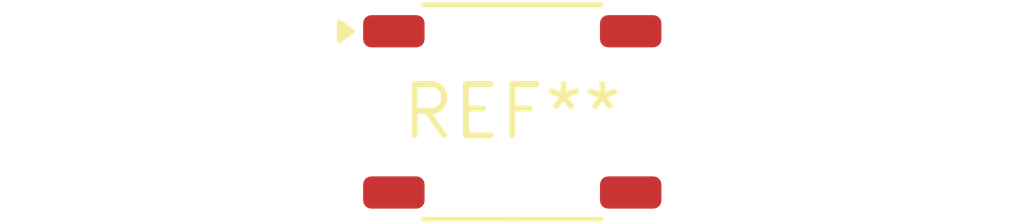
<source format=kicad_pcb>
(kicad_pcb (version 20240108) (generator pcbnew)
  (layers (0 "F.Cu" signal) (31 "B.Cu" signal) (34 "B.Paste" user) (35 "F.Paste" user) (36 "B.SilkS" user "B.Silkscreen") (37 "F.SilkS" user "F.Silkscreen") (38 "B.Mask" user) (39 "F.Mask" user) (44 "Edge.Cuts" user))
  (net 0 "")
  (footprint "TSSOP-4_4.4x5mm_P4mm" (layer "F.Cu") (at 0 0)
    (property "Reference" "REF**")
    (property "Value" "TSSOP-4_4.4x5mm_P4mm")
    (fp_line (start 0 -2.66) (end -2.2 -2.66) (layer "F.SilkS") (stroke (width 0.12)))
    (fp_line (start 0 -2.66) (end 2.2 -2.66) (layer "F.SilkS") (stroke (width 0.12)))
    (fp_line (start 0 2.66) (end -2.2 2.66) (layer "F.SilkS") (stroke (width 0.12)))
    (fp_line (start 0 2.66) (end 2.2 2.66) (layer "F.SilkS") (stroke (width 0.12)))
    (fp_poly (pts (xy -3.96 -2) (xy -4.29 -2.24) (xy -4.29 -1.76) (xy -3.96 -2)) (layer "F.SilkS") (stroke (width 0.12)) (fill solid))
    (pad "1" smd roundrect (at -2.9375 -2) (size 1.525 0.8) (layers "F.Cu" "F.Paste" "F.Mask"))
    (pad "2" smd roundrect (at -2.9375 2) (size 1.525 0.8) (layers "F.Cu" "F.Paste" "F.Mask"))
    (pad "3" smd roundrect (at 2.9375 2) (size 1.525 0.8) (layers "F.Cu" "F.Paste" "F.Mask"))
    (pad "4" smd roundrect (at 2.9375 -2) (size 1.525 0.8) (layers "F.Cu" "F.Paste" "F.Mask"))
  )
)
</source>
